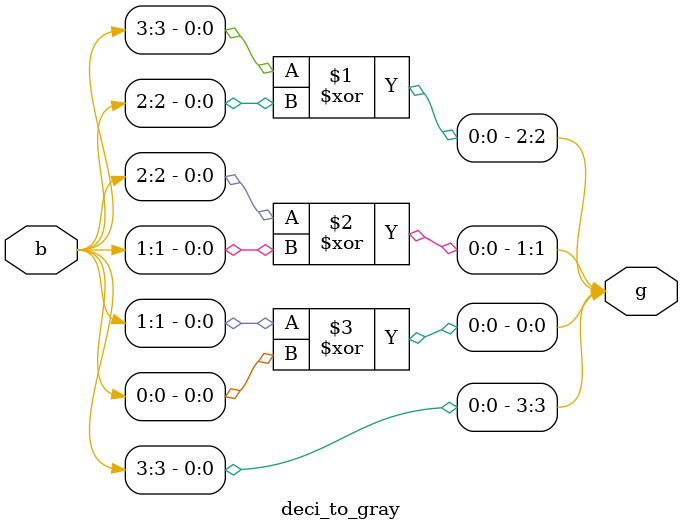
<source format=v>
module deci_to_gray(g,b); //module for gray code convertor 8026
 input [3:0] b; //input binary number to be converted 8026
 output [3:0] g; //output the gray code equivalent of the input number 8026
 assign g[3] = b[3]; // assigning the 4th bit 8026
 xor (g[2],b[3],b[2]);// assigning the 3rd bit the xor of 4th and 3rd bit of binary 8026
 xor (g[1],b[2],b[1]);// assigning the 2nd bit the xor of 3rd and 2nd bit of binary 8026
 xor (g[0],b[1],b[0]);// assigning the 1st bit the xor of 2nd and 1st bit of binary 8026
endmodule//end of module for gray code converter 8026

</source>
